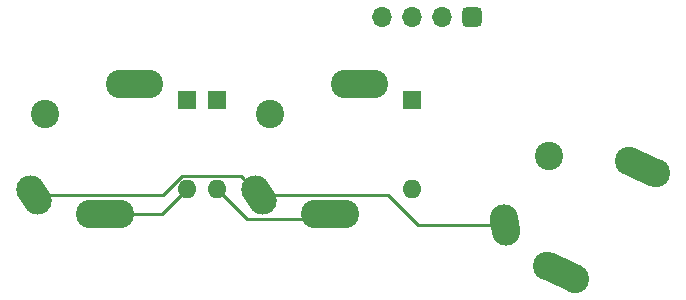
<source format=gtl>
G04 #@! TF.GenerationSoftware,KiCad,Pcbnew,7.0.5*
G04 #@! TF.CreationDate,2023-08-10T21:36:07+08:00*
G04 #@! TF.ProjectId,LT,4c542e6b-6963-4616-945f-706362585858,rev?*
G04 #@! TF.SameCoordinates,Original*
G04 #@! TF.FileFunction,Copper,L1,Top*
G04 #@! TF.FilePolarity,Positive*
%FSLAX46Y46*%
G04 Gerber Fmt 4.6, Leading zero omitted, Abs format (unit mm)*
G04 Created by KiCad (PCBNEW 7.0.5) date 2023-08-10 21:36:07*
%MOMM*%
%LPD*%
G01*
G04 APERTURE LIST*
G04 Aperture macros list*
%AMRoundRect*
0 Rectangle with rounded corners*
0 $1 Rounding radius*
0 $2 $3 $4 $5 $6 $7 $8 $9 X,Y pos of 4 corners*
0 Add a 4 corners polygon primitive as box body*
4,1,4,$2,$3,$4,$5,$6,$7,$8,$9,$2,$3,0*
0 Add four circle primitives for the rounded corners*
1,1,$1+$1,$2,$3*
1,1,$1+$1,$4,$5*
1,1,$1+$1,$6,$7*
1,1,$1+$1,$8,$9*
0 Add four rect primitives between the rounded corners*
20,1,$1+$1,$2,$3,$4,$5,0*
20,1,$1+$1,$4,$5,$6,$7,0*
20,1,$1+$1,$6,$7,$8,$9,0*
20,1,$1+$1,$8,$9,$2,$3,0*%
%AMHorizOval*
0 Thick line with rounded ends*
0 $1 width*
0 $2 $3 position (X,Y) of the first rounded end (center of the circle)*
0 $4 $5 position (X,Y) of the second rounded end (center of the circle)*
0 Add line between two ends*
20,1,$1,$2,$3,$4,$5,0*
0 Add two circle primitives to create the rounded ends*
1,1,$1,$2,$3*
1,1,$1,$4,$5*%
%AMOutline4P*
0 Free polygon, 4 corners , with rotation*
0 The origin of the aperture is its center*
0 number of corners: always 4*
0 $1 to $8 corner X, Y*
0 $9 Rotation angle, in degrees counterclockwise*
0 create outline with 4 corners*
4,1,4,$1,$2,$3,$4,$5,$6,$7,$8,$1,$2,$9*%
G04 Aperture macros list end*
G04 #@! TA.AperFunction,ComponentPad*
%ADD10RoundRect,0.425000X-0.425000X0.425000X-0.425000X-0.425000X0.425000X-0.425000X0.425000X0.425000X0*%
G04 #@! TD*
G04 #@! TA.AperFunction,ComponentPad*
%ADD11O,1.700000X1.700000*%
G04 #@! TD*
G04 #@! TA.AperFunction,ComponentPad*
%ADD12HorizOval,2.400000X-0.083193X0.543672X0.083193X-0.543672X0*%
G04 #@! TD*
G04 #@! TA.AperFunction,ComponentPad*
%ADD13C,2.400000*%
G04 #@! TD*
G04 #@! TA.AperFunction,SMDPad,CuDef*
%ADD14Outline4P,-1.300000X-1.200000X1.300000X-1.200000X1.300000X1.200000X-1.300000X1.200000X335.000000*%
G04 #@! TD*
G04 #@! TA.AperFunction,SMDPad,CuDef*
%ADD15Outline4P,-1.200000X-1.200000X1.200000X-1.200000X1.200000X1.200000X-1.200000X1.200000X335.000000*%
G04 #@! TD*
G04 #@! TA.AperFunction,ComponentPad*
%ADD16HorizOval,2.400000X-0.305164X0.457575X0.305164X-0.457575X0*%
G04 #@! TD*
G04 #@! TA.AperFunction,SMDPad,CuDef*
%ADD17Outline4P,-1.300000X-1.200000X1.300000X-1.200000X1.300000X1.200000X-1.300000X1.200000X0.000000*%
G04 #@! TD*
G04 #@! TA.AperFunction,SMDPad,CuDef*
%ADD18Outline4P,-1.200000X-1.200000X1.200000X-1.200000X1.200000X1.200000X-1.200000X1.200000X0.000000*%
G04 #@! TD*
G04 #@! TA.AperFunction,ComponentPad*
%ADD19R,1.600000X1.600000*%
G04 #@! TD*
G04 #@! TA.AperFunction,ComponentPad*
%ADD20O,1.600000X1.600000*%
G04 #@! TD*
G04 #@! TA.AperFunction,Conductor*
%ADD21C,0.250000*%
G04 #@! TD*
G04 APERTURE END LIST*
D10*
X226490000Y-90650000D03*
D11*
X223950000Y-90650000D03*
X221410000Y-90650000D03*
X218870000Y-90650000D03*
D12*
X229317200Y-108233400D03*
D13*
X232993392Y-102455701D03*
X232879526Y-111715114D03*
D14*
X234057726Y-112264518D03*
D13*
X239830349Y-102819179D03*
X235235927Y-112813921D03*
D15*
X240945107Y-103338999D03*
D13*
X242059866Y-103858820D03*
D16*
X189440000Y-105700000D03*
D13*
X190330000Y-98910000D03*
X194140000Y-107350000D03*
D17*
X195440000Y-107350000D03*
D13*
X196680000Y-96350000D03*
X196740000Y-107350000D03*
D18*
X197910000Y-96350000D03*
D13*
X199140000Y-96350000D03*
D16*
X208490000Y-105700000D03*
D13*
X209380000Y-98910000D03*
X213190000Y-107350000D03*
D17*
X214490000Y-107350000D03*
D13*
X215730000Y-96350000D03*
X215790000Y-107350000D03*
D18*
X216960000Y-96350000D03*
D13*
X218190000Y-96350000D03*
D19*
X221445000Y-97650000D03*
D20*
X221445000Y-105250000D03*
D19*
X202395000Y-97650000D03*
D20*
X202395000Y-105250000D03*
D19*
X204935000Y-97650000D03*
D20*
X204935000Y-105250000D03*
D21*
X196740000Y-107350000D02*
X200295000Y-107350000D01*
X200295000Y-107350000D02*
X202395000Y-105250000D01*
X207461787Y-107776787D02*
X204935000Y-105250000D01*
X212763213Y-107776787D02*
X207461787Y-107776787D01*
X213190000Y-107350000D02*
X212763213Y-107776787D01*
X201929009Y-104125000D02*
X206915000Y-104125000D01*
X189440000Y-105700000D02*
X200354009Y-105700000D01*
X200354009Y-105700000D02*
X201929009Y-104125000D01*
X206915000Y-104125000D02*
X208490000Y-105700000D01*
X219404009Y-105700000D02*
X221937409Y-108233400D01*
X221937409Y-108233400D02*
X229317200Y-108233400D01*
X208490000Y-105700000D02*
X219404009Y-105700000D01*
M02*

</source>
